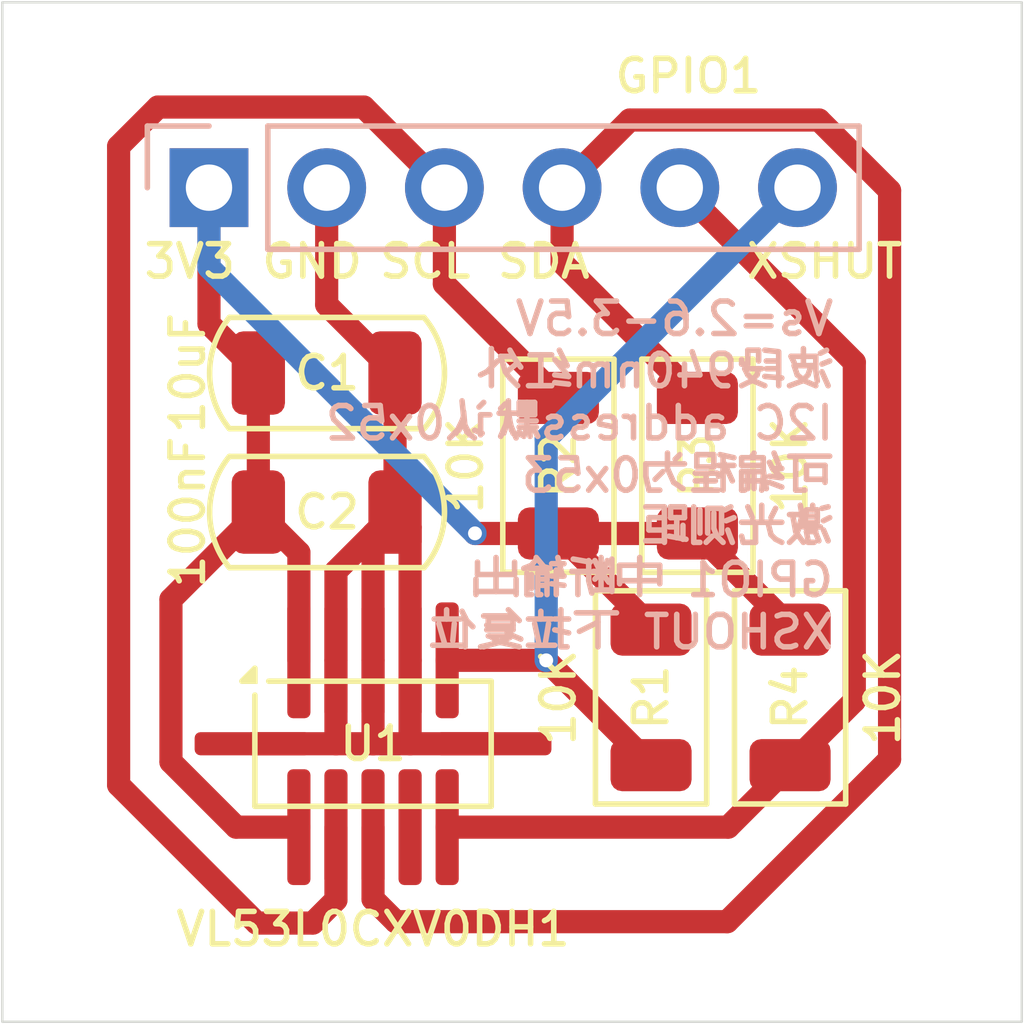
<source format=kicad_pcb>
(kicad_pcb (version 20241229) (generator "pcbnew") (generator_version "9.0")
  (layers (0 "F.Cu" signal) (2 "B.Cu" signal) (13 "F.Paste" user) (15 "B.Paste" user) (5 "F.SilkS" user "F.Silkscreen") (7 "B.SilkS" user "B.Silkscreen") (1 "F.Mask" user) (3 "B.Mask" user) (25 "Edge.Cuts" user))
  (net 0 "")
  (net 1 "+3.3V")
  (net 2 "GND")
  (net 3 "/GPIO1")
  (net 4 "/XSHUT")
  (net 5 "/SDA")
  (net 6 "/SCL")
  (footprint "PCM_Resistor_SMD_AKL:R_1206_3216Metric" (layer "F.Cu") (at 107 54 90)
    (property "Reference" "R2" (at 0 0 90) (layer "F.SilkS") (effects (font (size 0.7 0.7) (thickness 0.12))))
    (property "Value" "10K" (at 0 -2 90) (layer "F.SilkS") (effects (font (size 0.7 0.7) (thickness 0.12))))
    (fp_line (start 2.3 -1.2) (end -2.3 -1.2) (stroke (width 0.12)) (layer "F.SilkS"))
    (fp_line (start -2.3 -1.2) (end -2.3 1.2) (stroke (width 0.12)) (layer "F.SilkS"))
    (fp_line (start 2.3 1.2) (end 2.3 -1.2) (stroke (width 0.12)) (layer "F.SilkS"))
    (fp_line (start -2.3 1.2) (end 2.3 1.2) (stroke (width 0.12)) (layer "F.SilkS"))
    (pad "1" smd roundrect (at -1.4625 0 90) (size 1.125 1.75) (layers "F.Cu" "F.Mask" "F.Paste") (roundrect_rratio 0.222222) (net 1 "+3.3V"))
    (pad "2" smd roundrect (at 1.4625 0 90) (size 1.125 1.75) (layers "F.Cu" "F.Mask" "F.Paste") (roundrect_rratio 0.222222) (net 6 "/SCL"))
  )
  (footprint "PCM_Capacitor_SMD_AKL:C_1206_3216Metric" (layer "F.Cu") (at 102 52)
    (property "Reference" "C1" (at 0.007668 0 0) (layer "F.SilkS") (effects (font (size 0.7 0.7) (thickness 0.12))))
    (property "Value" "10uF" (at -3 0 90) (layer "F.SilkS") (effects (font (size 0.7 0.7) (thickness 0.12))))
    (fp_line (start -2.1 1.2) (end 2.1 1.2) (stroke (width 0.12)) (layer "F.SilkS"))
    (fp_line (start 2.1 -1.2) (end -2.1 -1.2) (stroke (width 0.12)) (layer "F.SilkS"))
    (fp_arc (start -2.1 1.2) (mid -2.526625 0) (end -2.1 -1.2) (stroke (width 0.12)) (layer "F.SilkS"))
    (fp_arc (start 2.1 -1.2) (mid 2.541962 0) (end 2.1 1.2) (stroke (width 0.12)) (layer "F.SilkS"))
    (pad "1" smd roundrect (at -1.475 0) (size 1.15 1.8) (layers "F.Cu" "F.Mask" "F.Paste") (roundrect_rratio 0.217391) (net 1 "+3.3V"))
    (pad "2" smd roundrect (at 1.475 0) (size 1.15 1.8) (layers "F.Cu" "F.Mask" "F.Paste") (roundrect_rratio 0.217391) (net 2 "GND"))
  )
  (footprint "PCM_Resistor_SMD_AKL:R_1206_3216Metric" (layer "F.Cu") (at 110 54 90)
    (property "Reference" "R3" (at 0 0 90) (layer "F.SilkS") (effects (font (size 0.7 0.7) (thickness 0.12))))
    (property "Value" "10K" (at 0 2 90) (layer "F.SilkS") (effects (font (size 0.7 0.7) (thickness 0.12))))
    (fp_line (start 2.3 -1.2) (end -2.3 -1.2) (stroke (width 0.12)) (layer "F.SilkS"))
    (fp_line (start -2.3 -1.2) (end -2.3 1.2) (stroke (width 0.12)) (layer "F.SilkS"))
    (fp_line (start 2.3 1.2) (end 2.3 -1.2) (stroke (width 0.12)) (layer "F.SilkS"))
    (fp_line (start -2.3 1.2) (end 2.3 1.2) (stroke (width 0.12)) (layer "F.SilkS"))
    (pad "1" smd roundrect (at -1.4625 0 90) (size 1.125 1.75) (layers "F.Cu" "F.Mask" "F.Paste") (roundrect_rratio 0.222222) (net 1 "+3.3V"))
    (pad "2" smd roundrect (at 1.4625 0 90) (size 1.125 1.75) (layers "F.Cu" "F.Mask" "F.Paste") (roundrect_rratio 0.222222) (net 5 "/SDA"))
  )
  (footprint "PCM_Resistor_SMD_AKL:R_1206_3216Metric" (layer "F.Cu") (at 109 59 -90)
    (property "Reference" "R1" (at 0 0 90) (layer "F.SilkS") (effects (font (size 0.7 0.7) (thickness 0.12))))
    (property "Value" "10K" (at 0 2 90) (layer "F.SilkS") (effects (font (size 0.7 0.7) (thickness 0.12))))
    (fp_line (start -2.3 1.2) (end 2.3 1.2) (stroke (width 0.12)) (layer "F.SilkS"))
    (fp_line (start 2.3 1.2) (end 2.3 -1.2) (stroke (width 0.12)) (layer "F.SilkS"))
    (fp_line (start -2.3 -1.2) (end -2.3 1.2) (stroke (width 0.12)) (layer "F.SilkS"))
    (fp_line (start 2.3 -1.2) (end -2.3 -1.2) (stroke (width 0.12)) (layer "F.SilkS"))
    (pad "1" smd roundrect (at -1.4625 0 270) (size 1.125 1.75) (layers "F.Cu" "F.Mask" "F.Paste") (roundrect_rratio 0.222222) (net 1 "+3.3V"))
    (pad "2" smd roundrect (at 1.4625 0 270) (size 1.125 1.75) (layers "F.Cu" "F.Mask" "F.Paste") (roundrect_rratio 0.222222) (net 4 "/XSHUT"))
  )
  (footprint "PCM_Resistor_SMD_AKL:R_1206_3216Metric" (layer "F.Cu") (at 112 59 -90)
    (property "Reference" "R4" (at 0 0 90) (layer "F.SilkS") (effects (font (size 0.7 0.7) (thickness 0.12))))
    (property "Value" "10K" (at 0 -2 90) (layer "F.SilkS") (effects (font (size 0.7 0.7) (thickness 0.12))))
    (fp_line (start -2.3 1.2) (end 2.3 1.2) (stroke (width 0.12)) (layer "F.SilkS"))
    (fp_line (start 2.3 1.2) (end 2.3 -1.2) (stroke (width 0.12)) (layer "F.SilkS"))
    (fp_line (start -2.3 -1.2) (end -2.3 1.2) (stroke (width 0.12)) (layer "F.SilkS"))
    (fp_line (start 2.3 -1.2) (end -2.3 -1.2) (stroke (width 0.12)) (layer "F.SilkS"))
    (pad "1" smd roundrect (at -1.4625 0 270) (size 1.125 1.75) (layers "F.Cu" "F.Mask" "F.Paste") (roundrect_rratio 0.222222) (net 1 "+3.3V"))
    (pad "2" smd roundrect (at 1.4625 0 270) (size 1.125 1.75) (layers "F.Cu" "F.Mask" "F.Paste") (roundrect_rratio 0.222222) (net 3 "/GPIO1"))
  )
  (footprint "Library:ST_VL53L1x" (layer "F.Cu") (at 103 60)
    (property "Reference" "U1" (at 0 0 0) (layer "F.SilkS") (effects (font (size 0.7 0.7) (thickness 0.12))))
    (property "Value" "VL53L0CXV0DH1" (at 0 4 0) (layer "F.SilkS") (effects (font (size 0.7 0.7) (thickness 0.12))))
    (fp_line (start -2.55 -1.05) (end -2.55 1.35) (stroke (width 0.12)) (layer "F.SilkS"))
    (fp_line (start -2.55 1.35) (end 2.55 1.35) (stroke (width 0.12)) (layer "F.SilkS"))
    (fp_line (start 2.55 -1.35) (end -2.25 -1.35) (stroke (width 0.12)) (layer "F.SilkS"))
    (fp_line (start 2.55 1.35) (end 2.55 -1.35) (stroke (width 0.12)) (layer "F.SilkS"))
    (fp_poly (pts (xy -2.55 -1.35) (xy -2.83 -1.35) (xy -2.55 -1.63) (xy -2.55 -1.35)) (stroke (width 0.12)) (fill yes) (layer "F.SilkS"))
    (pad "1" smd roundrect (at -1.6 -1.8) (size 0.5 2.5) (layers "F.Cu" "F.Mask" "F.Paste") (net 1 "+3.3V"))
    (pad "2" smd roundrect (at -0.8 -1.8) (size 0.5 2.5) (layers "F.Cu" "F.Mask" "F.Paste") (net 2 "GND"))
    (pad "3" smd roundrect (at 0 -1.8) (size 0.5 2.5) (layers "F.Cu" "F.Mask" "F.Paste") (net 2 "GND"))
    (pad "4" smd roundrect (at 0.8 -1.8) (size 0.5 2.5) (layers "F.Cu" "F.Mask" "F.Paste") (net 2 "GND"))
    (pad "5" smd roundrect (at 1.6 -1.8) (size 0.5 2.5) (layers "F.Cu" "F.Mask" "F.Paste") (net 4 "/XSHUT"))
    (pad "6" smd roundrect (at 2.6 0) (size 2.5 0.5) (layers "F.Cu" "F.Mask" "F.Paste") (net 2 "GND"))
    (pad "7" smd roundrect (at 1.6 1.8) (size 0.5 2.5) (layers "F.Cu" "F.Mask" "F.Paste") (net 3 "/GPIO1"))
    (pad "8" smd roundrect (at 0.8 1.8) (size 0.5 2.5) (layers "F.Cu" "F.Mask" "F.Paste"))
    (pad "9" smd roundrect (at 0 1.8) (size 0.5 2.5) (layers "F.Cu" "F.Mask" "F.Paste") (net 5 "/SDA"))
    (pad "10" smd roundrect (at -0.8 1.8) (size 0.5 2.5) (layers "F.Cu" "F.Mask" "F.Paste") (net 6 "/SCL"))
    (pad "11" smd roundrect (at -1.6 1.8) (size 0.5 2.5) (layers "F.Cu" "F.Mask" "F.Paste") (net 1 "+3.3V"))
    (pad "12" smd roundrect (at -2.6 0) (size 2.5 0.5) (layers "F.Cu" "F.Mask" "F.Paste") (net 2 "GND"))
  )
  (footprint "PCM_Capacitor_SMD_AKL:C_1206_3216Metric" (layer "F.Cu") (at 102 55)
    (property "Reference" "C2" (at 0.007668 0 0) (layer "F.SilkS") (effects (font (size 0.7 0.7) (thickness 0.12))))
    (property "Value" "100nF" (at -3 0 90) (layer "F.SilkS") (effects (font (size 0.7 0.7) (thickness 0.12))))
    (fp_line (start -2.1 1.2) (end 2.1 1.2) (stroke (width 0.12)) (layer "F.SilkS"))
    (fp_line (start 2.1 -1.2) (end -2.1 -1.2) (stroke (width 0.12)) (layer "F.SilkS"))
    (fp_arc (start -2.1 1.2) (mid -2.526625 0) (end -2.1 -1.2) (stroke (width 0.12)) (layer "F.SilkS"))
    (fp_arc (start 2.1 -1.2) (mid 2.541962 0) (end 2.1 1.2) (stroke (width 0.12)) (layer "F.SilkS"))
    (pad "1" smd roundrect (at -1.475 0) (size 1.15 1.8) (layers "F.Cu" "F.Mask" "F.Paste") (roundrect_rratio 0.217391) (net 1 "+3.3V"))
    (pad "2" smd roundrect (at 1.475 0) (size 1.15 1.8) (layers "F.Cu" "F.Mask" "F.Paste") (roundrect_rratio 0.217391) (net 2 "GND"))
  )
  (footprint "Connector_PinHeader_2.54mm:PinHeader_1x06_P2.54mm_Vertical" (layer "B.Cu") (at 99.46 48 -90)
    (property "Reference" "J1" (hide yes))
    (property "Value" "Conn_01x06" (hide yes))
    (fp_line (start -1.33 1.33) (end 0 1.33) (stroke (width 0.12)) (layer "B.SilkS"))
    (fp_line (start -1.33 0) (end -1.33 1.33) (stroke (width 0.12)) (layer "B.SilkS"))
    (fp_line (start -1.33 -1.27) (end 1.33 -1.27) (stroke (width 0.12)) (layer "B.SilkS"))
    (fp_line (start -1.33 -1.27) (end -1.33 -14.03) (stroke (width 0.12)) (layer "B.SilkS"))
    (fp_line (start 1.33 -1.27) (end 1.33 -14.03) (stroke (width 0.12)) (layer "B.SilkS"))
    (fp_line (start -1.33 -14.03) (end 1.33 -14.03) (stroke (width 0.12)) (layer "B.SilkS"))
    (pad "1" thru_hole rect (at 0 0 270) (size 1.7 1.7) (drill 1) (layers "*.Cu" "*.Mask") (net 1 "+3.3V"))
    (pad "2" thru_hole oval (at 0 -2.54 270) (size 1.7 1.7) (drill 1) (layers "*.Cu" "*.Mask") (net 2 "GND"))
    (pad "3" thru_hole oval (at 0 -5.08 270) (size 1.7 1.7) (drill 1) (layers "*.Cu" "*.Mask") (net 6 "/SCL"))
    (pad "4" thru_hole oval (at 0 -7.62 270) (size 1.7 1.7) (drill 1) (layers "*.Cu" "*.Mask") (net 5 "/SDA"))
    (pad "5" thru_hole oval (at 0 -10.16 270) (size 1.7 1.7) (drill 1) (layers "*.Cu" "*.Mask") (net 3 "/GPIO1"))
    (pad "6" thru_hole oval (at 0 -12.7 270) (size 1.7 1.7) (drill 1) (layers "*.Cu" "*.Mask") (net 4 "/XSHUT"))
  )
  (gr_rect (start 95 44) (end 117 66) (stroke (width 0.05)) (fill no) (layer "Edge.Cuts"))
  (gr_text "3V3" (at 98 50 0) (layer "F.SilkS") (effects (font (size 0.7 0.7) (thickness 0.12) (bold yes)) (justify left bottom)))
  (gr_text "SCL" (at 103.08 50 0) (layer "F.SilkS") (effects (font (size 0.7 0.7) (thickness 0.12) (bold yes)) (justify left bottom)))
  (gr_text "SDA" (at 105.62 50 0) (layer "F.SilkS") (effects (font (size 0.7 0.7) (thickness 0.12) (bold yes)) (justify left bottom)))
  (gr_text "XSHUT" (at 111 50 0) (layer "F.SilkS") (effects (font (size 0.7 0.7) (thickness 0.12) (bold yes)) (justify left bottom)))
  (gr_text "GPIO1" (at 108.16 46 0) (layer "F.SilkS") (effects (font (size 0.7 0.7) (thickness 0.12) (bold yes)) (justify left bottom)))
  (gr_text "GND" (at 100.54 50 0) (layer "F.SilkS") (effects (font (size 0.7 0.7) (thickness 0.12) (bold yes)) (justify left bottom)))
  (gr_text "Vs=2.6-3.5V \n波段940nm红外\nI2C address默认0x52\n可编程为0x53\n激光测距\nGPIO1 中断输出\nXSHOUT 下拉复位" (at 113 58 0) (layer "B.SilkS") (effects (font (size 0.7 0.7) (thickness 0.12) (bold yes)) (justify left bottom mirror)))
  (segment (start 112 57.4625) (end 110 55.4625) (width 0.5) (layer "F.Cu") (net 1))
  (segment (start 98.639 60.391904) (end 98.639 56.886) (width 0.5) (layer "F.Cu") (net 1))
  (segment (start 99.46 48) (end 99.46 50.935) (width 0.5) (layer "F.Cu") (net 1))
  (segment (start 107 55.4625) (end 105.2025 55.4625) (width 0.5) (layer "F.Cu") (net 1))
  (segment (start 98.639 56.886) (end 100.525 55) (width 0.5) (layer "F.Cu") (net 1))
  (segment (start 101.4 55.875) (end 100.525 55) (width 0.5) (layer "F.Cu") (net 1))
  (segment (start 107 55.4625) (end 110 55.4625) (width 0.5) (layer "F.Cu") (net 1))
  (segment (start 109 57.4625) (end 107 55.4625) (width 0.5) (layer "F.Cu") (net 1))
  (segment (start 101.4 61.8) (end 100.047096 61.8) (width 0.5) (layer "F.Cu") (net 1))
  (segment (start 101.4 58.2) (end 101.4 55.875) (width 0.5) (layer "F.Cu") (net 1))
  (segment (start 100.047096 61.8) (end 98.639 60.391904) (width 0.5) (layer "F.Cu") (net 1))
  (segment (start 99.46 50.935) (end 100.525 52) (width 0.5) (layer "F.Cu") (net 1))
  (segment (start 100.525 55) (end 100.525 52) (width 0.5) (layer "F.Cu") (net 1))
  (segment (start 109 57.5375) (end 109 57.4625) (width 0.5) (layer "F.Cu") (net 1))
  (segment (start 105.2025 55.4625) (end 105.2 55.46) (width 0.5) (layer "F.Cu") (net 1))
  (segment (start 112 57.5375) (end 112 57.4625) (width 0.5) (layer "F.Cu") (net 1))
  (via (at 105.2 55.46) (size 0.5) (drill 0.3) (layers "F.Cu" "B.Cu") (net 1))
  (segment (start 99.46 49.72) (end 99.46 48) (width 0.5) (layer "B.Cu") (net 1))
  (segment (start 105.2 55.46) (end 99.46 49.72) (width 0.5) (layer "B.Cu") (net 1))
  (segment (start 102.2 56.275) (end 103.475 55) (width 0.5) (layer "F.Cu") (net 2))
  (segment (start 103.8 60) (end 103 60) (width 0.5) (layer "F.Cu") (net 2))
  (segment (start 102.2 58.2) (end 102.2 56.275) (width 0.5) (layer "F.Cu") (net 2))
  (segment (start 103 60) (end 102.2 60) (width 0.5) (layer "F.Cu") (net 2))
  (segment (start 105.6 60) (end 103.8 60) (width 0.5) (layer "F.Cu") (net 2))
  (segment (start 103 55.475) (end 103.475 55) (width 0.5) (layer "F.Cu") (net 2))
  (segment (start 102 48) (end 102 50.525) (width 0.5) (layer "F.Cu") (net 2))
  (segment (start 103 58.2) (end 103 55.475) (width 0.5) (layer "F.Cu") (net 2))
  (segment (start 103.8 58.2) (end 103.8 60) (width 0.5) (layer "F.Cu") (net 2))
  (segment (start 102 50.525) (end 103.475 52) (width 0.5) (layer "F.Cu") (net 2))
  (segment (start 103.475 52) (end 103.475 55) (width 0.5) (layer "F.Cu") (net 2))
  (segment (start 103.8 55.325) (end 103.475 55) (width 0.5) (layer "F.Cu") (net 2))
  (segment (start 102.2 58.2) (end 102.2 60) (width 0.5) (layer "F.Cu") (net 2))
  (segment (start 103 58.2) (end 103 60) (width 0.5) (layer "F.Cu") (net 2))
  (segment (start 103.8 58.2) (end 103.8 55.325) (width 0.5) (layer "F.Cu") (net 2))
  (segment (start 102.2 60) (end 100.4 60) (width 0.5) (layer "F.Cu") (net 2))
  (segment (start 113.386 51.766) (end 109.62 48) (width 0.5) (layer "F.Cu") (net 3))
  (segment (start 104.6 61.8) (end 110.6625 61.8) (width 0.5) (layer "F.Cu") (net 3))
  (segment (start 113.386 59.0765) (end 113.386 51.766) (width 0.5) (layer "F.Cu") (net 3))
  (segment (start 110.6625 61.8) (end 112 60.4625) (width 0.5) (layer "F.Cu") (net 3))
  (segment (start 112 60.4625) (end 113.386 59.0765) (width 0.5) (layer "F.Cu") (net 3))
  (segment (start 106.7375 58.2) (end 109 60.4625) (width 0.5) (layer "F.Cu") (net 4))
  (segment (start 104.6 58.2) (end 106.7375 58.2) (width 0.5) (layer "F.Cu") (net 4))
  (via (at 106.7375 58.2) (size 0.5) (drill 0.3) (layers "F.Cu" "B.Cu") (net 4))
  (segment (start 106.7375 53.4225) (end 112.16 48) (width 0.5) (layer "B.Cu") (net 4))
  (segment (start 106.7375 58.2) (end 106.7375 53.4225) (width 0.5) (layer "B.Cu") (net 4))
  (segment (start 107.08 49.6175) (end 107.08 48) (width 0.5) (layer "F.Cu") (net 5))
  (segment (start 110.643144 63.84) (end 114.147 60.336144) (width 0.5) (layer "F.Cu") (net 5))
  (segment (start 103 63.35112) (end 103.48888 63.84) (width 0.5) (layer "F.Cu") (net 5))
  (segment (start 103 61.8) (end 103 63.35112) (width 0.5) (layer "F.Cu") (net 5))
  (segment (start 110 52.5375) (end 107.08 49.6175) (width 0.5) (layer "F.Cu") (net 5))
  (segment (start 112.624745 46.54) (end 108.54 46.54) (width 0.5) (layer "F.Cu") (net 5))
  (segment (start 103.48888 63.84) (end 110.643144 63.84) (width 0.5) (layer "F.Cu") (net 5))
  (segment (start 114.147 60.336144) (end 114.147 48.062255) (width 0.5) (layer "F.Cu") (net 5))
  (segment (start 114.147 48.062255) (end 112.624745 46.54) (width 0.5) (layer "F.Cu") (net 5))
  (segment (start 108.54 46.54) (end 107.08 48) (width 0.5) (layer "F.Cu") (net 5))
  (segment (start 102.8 46.26) (end 104.54 48) (width 0.5) (layer "F.Cu") (net 6))
  (segment (start 102.2 61.8) (end 102.2 63.37) (width 0.5) (layer "F.Cu") (net 6))
  (segment (start 102.2 63.37) (end 101.7 63.87) (width 0.5) (layer "F.Cu") (net 6))
  (segment (start 107 52.5375) (end 104.54 50.0775) (width 0.5) (layer "F.Cu") (net 6))
  (segment (start 100.49 63.87) (end 97.51 60.89) (width 0.5) (layer "F.Cu") (net 6))
  (segment (start 101.7 63.87) (end 100.49 63.87) (width 0.5) (layer "F.Cu") (net 6))
  (segment (start 97.51 60.89) (end 97.51 47.11) (width 0.5) (layer "F.Cu") (net 6))
  (segment (start 97.51 47.11) (end 98.36 46.26) (width 0.5) (layer "F.Cu") (net 6))
  (segment (start 98.36 46.26) (end 102.8 46.26) (width 0.5) (layer "F.Cu") (net 6))
  (segment (start 104.54 50.0775) (end 104.54 48) (width 0.5) (layer "F.Cu") (net 6))
)
</source>
